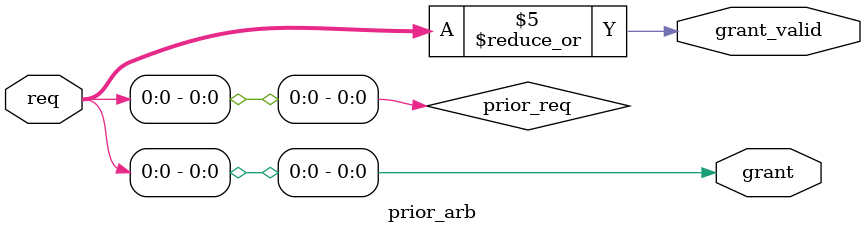
<source format=sv>
module prior_arb #(                            //这个是在有多个invalid的情况下使用，可以挑选出来
  parameter REQ_NUM = 0                        //我们具体需要使用哪一个way去替换
)(
  input  logic[REQ_NUM-1:0] req,
  output logic[REQ_NUM-1:0] grant,
  output logic              grant_valid
);

  logic[REQ_NUM-1:0] prior_req;

  always_comb begin
    prior_req[0] = req[0];
    grant[0] = req[0];
    for(int i=1; i<REQ_NUM; i++) begin
      //  current request is valid and no higher priority request
      grant[i] = req[i] & ~prior_req[i-1];
      //  current request or higher priority request
      prior_req[i] = req[i] | prior_req[i-1];
    end
  end

  assign grant_valid = |req;

endmodule

</source>
